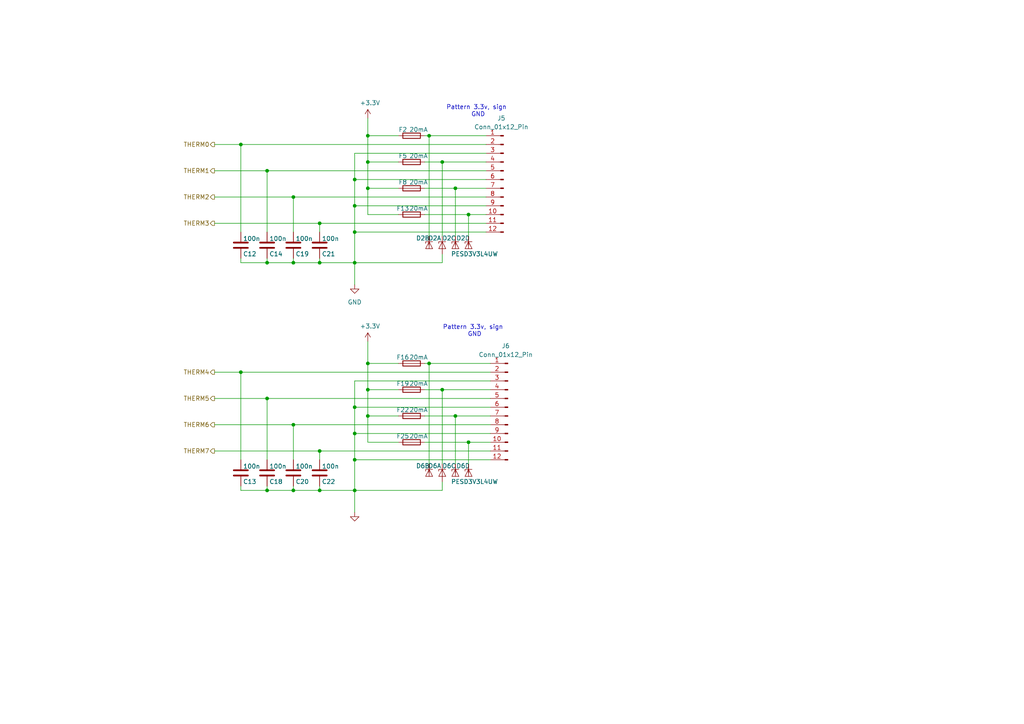
<source format=kicad_sch>
(kicad_sch (version 20250114) (generator "eeschema") (generator_version "9.0")
  (paper "A4")
  (title_block (title "Can-Node") (company "SUFST"))
  (lib_symbols
    (symbol "+3.3VA_1" (power) (pin_names (offset 0))
      (property "Value" "+3.3VA" (at 0 3.556 0))
      (symbol "+3.3VA_1_0_1"
        (polyline (pts (xy -0.762 1.27) (xy 0 2.54)))
        (polyline (pts (xy 0 2.54) (xy 0.762 1.27)))
        (polyline (pts (xy 0 0) (xy 0 2.54)))
      )
      (symbol "+3.3VA_1_1_1"
        (pin power_in line (at 0 0 90) (length 0) (hide yes) (name "+3.3VA") (number "1"))
      )
    )
    (symbol "Connector:Conn_01x12_Pin" (pin_names (offset 1.016) (hide yes))
      (property "Reference" "J" (at 0 15.24 0))
      (property "Value" "Conn_01x12_Pin" (at 0 -17.78 0))
      (symbol "Conn_01x12_Pin_1_1"
        (rectangle (start 0.8636 12.827) (end 0 12.573) (stroke (width 0.1524)) (fill (type outline)))
        (rectangle (start 0.8636 10.287) (end 0 10.033) (stroke (width 0.1524)) (fill (type outline)))
        (rectangle (start 0.8636 7.747) (end 0 7.493) (stroke (width 0.1524)) (fill (type outline)))
        (rectangle (start 0.8636 5.207) (end 0 4.953) (stroke (width 0.1524)) (fill (type outline)))
        (rectangle (start 0.8636 2.667) (end 0 2.413) (stroke (width 0.1524)) (fill (type outline)))
        (rectangle (start 0.8636 0.127) (end 0 -0.127) (stroke (width 0.1524)) (fill (type outline)))
        (rectangle (start 0.8636 -2.413) (end 0 -2.667) (stroke (width 0.1524)) (fill (type outline)))
        (rectangle (start 0.8636 -4.953) (end 0 -5.207) (stroke (width 0.1524)) (fill (type outline)))
        (rectangle (start 0.8636 -7.493) (end 0 -7.747) (stroke (width 0.1524)) (fill (type outline)))
        (rectangle (start 0.8636 -10.033) (end 0 -10.287) (stroke (width 0.1524)) (fill (type outline)))
        (rectangle (start 0.8636 -12.573) (end 0 -12.827) (stroke (width 0.1524)) (fill (type outline)))
        (rectangle (start 0.8636 -15.113) (end 0 -15.367) (stroke (width 0.1524)) (fill (type outline)))
        (polyline (pts (xy 1.27 12.7) (xy 0.8636 12.7)) (stroke (width 0.1524)))
        (polyline (pts (xy 1.27 10.16) (xy 0.8636 10.16)) (stroke (width 0.1524)))
        (polyline (pts (xy 1.27 7.62) (xy 0.8636 7.62)) (stroke (width 0.1524)))
        (polyline (pts (xy 1.27 5.08) (xy 0.8636 5.08)) (stroke (width 0.1524)))
        (polyline (pts (xy 1.27 2.54) (xy 0.8636 2.54)) (stroke (width 0.1524)))
        (polyline (pts (xy 1.27 0) (xy 0.8636 0)) (stroke (width 0.1524)))
        (polyline (pts (xy 1.27 -2.54) (xy 0.8636 -2.54)) (stroke (width 0.1524)))
        (polyline (pts (xy 1.27 -5.08) (xy 0.8636 -5.08)) (stroke (width 0.1524)))
        (polyline (pts (xy 1.27 -7.62) (xy 0.8636 -7.62)) (stroke (width 0.1524)))
        (polyline (pts (xy 1.27 -10.16) (xy 0.8636 -10.16)) (stroke (width 0.1524)))
        (polyline (pts (xy 1.27 -12.7) (xy 0.8636 -12.7)) (stroke (width 0.1524)))
        (polyline (pts (xy 1.27 -15.24) (xy 0.8636 -15.24)) (stroke (width 0.1524)))
        (pin passive line (at 5.08 12.7 180) (length 3.81) (name "Pin_1") (number "1"))
        (pin passive line (at 5.08 10.16 180) (length 3.81) (name "Pin_2") (number "2"))
        (pin passive line (at 5.08 7.62 180) (length 3.81) (name "Pin_3") (number "3"))
        (pin passive line (at 5.08 5.08 180) (length 3.81) (name "Pin_4") (number "4"))
        (pin passive line (at 5.08 2.54 180) (length 3.81) (name "Pin_5") (number "5"))
        (pin passive line (at 5.08 0 180) (length 3.81) (name "Pin_6") (number "6"))
        (pin passive line (at 5.08 -2.54 180) (length 3.81) (name "Pin_7") (number "7"))
        (pin passive line (at 5.08 -5.08 180) (length 3.81) (name "Pin_8") (number "8"))
        (pin passive line (at 5.08 -7.62 180) (length 3.81) (name "Pin_9") (number "9"))
        (pin passive line (at 5.08 -10.16 180) (length 3.81) (name "Pin_10") (number "10"))
        (pin passive line (at 5.08 -12.7 180) (length 3.81) (name "Pin_11") (number "11"))
        (pin passive line (at 5.08 -15.24 180) (length 3.81) (name "Pin_12") (number "12"))
      )
    )
    (symbol "Device:C" (pin_numbers (hide yes)) (pin_names (offset 0.254))
      (property "Reference" "C" (at 0.635 2.54 0))
      (property "Value" "C" (at 0.635 -2.54 0))
      (symbol "C_0_1"
        (polyline (pts (xy -2.032 0.762) (xy 2.032 0.762)) (stroke (width 0.508)))
        (polyline (pts (xy -2.032 -0.762) (xy 2.032 -0.762)) (stroke (width 0.508)))
      )
      (symbol "C_1_1"
        (pin passive line (at 0 3.81 270) (length 2.794) (name "~") (number "1"))
        (pin passive line (at 0 -3.81 90) (length 2.794) (name "~") (number "2"))
      )
    )
    (symbol "Device:Fuse" (pin_numbers (hide yes)) (pin_names (offset 0))
      (property "Reference" "F" (at 2.032 0 90))
      (property "Value" "Fuse" (at -1.905 0 90))
      (symbol "Fuse_0_1"
        (rectangle (start -0.762 -2.54) (end 0.762 2.54) (stroke (width 0.254)))
        (polyline (pts (xy 0 2.54) (xy 0 -2.54)))
      )
      (symbol "Fuse_1_1"
        (pin passive line (at 0 3.81 270) (length 1.27) (name "~") (number "1"))
        (pin passive line (at 0 -3.81 90) (length 1.27) (name "~") (number "2"))
      )
    )
    (symbol "Power_Protection:PESD3V3L4UW" (pin_numbers (hide yes)) (pin_names (hide yes))
      (property "Reference" "D" (at 0 2.54 0))
      (property "Value" "PESD3V3L4UW" (at 0 -2.54 0))
      (symbol "PESD3V3L4UW_0_1"
        (polyline (pts (xy -1.016 1.016) (xy -1.016 -1.016) (xy -0.508 -1.016)))
        (polyline (pts (xy -1.016 0) (xy 1.016 0)))
        (polyline (pts (xy 1.016 1.016) (xy -1.016 0) (xy 1.016 -1.016) (xy 1.016 1.016)))
      )
      (symbol "PESD3V3L4UW_1_1"
        (pin passive line (at -2.54 0 0) (length 2.54) (name "K1") (number "1"))
        (pin passive line (at 2.54 0 180) (length 2.54) (name "A") (number "2"))
      )
      (symbol "PESD3V3L4UW_2_1"
        (pin passive line (at -2.54 0 0) (length 2.54) (name "K2") (number "3"))
      )
      (symbol "PESD3V3L4UW_3_1"
        (pin passive line (at -2.54 0 0) (length 2.54) (name "K3") (number "4"))
      )
      (symbol "PESD3V3L4UW_4_1"
        (pin passive line (at -2.54 0 0) (length 2.54) (name "K4") (number "5"))
      )
    )
    (symbol "power:+3.3VA" (power) (pin_names (offset 0))
      (property "Value" "+3.3VA" (at 0 3.556 0))
      (symbol "+3.3VA_0_1"
        (polyline (pts (xy -0.762 1.27) (xy 0 2.54)))
        (polyline (pts (xy 0 2.54) (xy 0.762 1.27)))
        (polyline (pts (xy 0 0) (xy 0 2.54)))
      )
      (symbol "+3.3VA_1_1"
        (pin power_in line (at 0 0 90) (length 0) (hide yes) (name "+3.3VA") (number "1"))
      )
    )
    (symbol "power:GND" (power) (pin_numbers (hide yes)) (pin_names (offset 0) (hide yes))
      (property "Value" "GND" (at 0 -3.81 0))
      (symbol "GND_0_1"
        (polyline (pts (xy 0 0) (xy 0 -1.27) (xy 1.27 -1.27) (xy 0 -2.54) (xy -1.27 -1.27) (xy 0 -1.27)))
      )
      (symbol "GND_1_1"
        (pin power_in line (at 0 0 270) (length 0) (name "~") (number "1"))
      )
    )
  )
  (text "Pattern 3.3v, sign \nGND" (at 137.668 96.012 0) (effects (font (size 1.27 1.27))))
  (text "Pattern 3.3v, sign \nGND" (at 138.684 32.258 0) (effects (font (size 1.27 1.27))))
  (junction (at 92.71 142.24))
  (junction (at 106.68 54.61))
  (junction (at 135.89 128.27))
  (junction (at 85.09 142.24))
  (junction (at 106.68 46.99))
  (junction (at 102.87 52.07))
  (junction (at 106.68 105.41))
  (junction (at 69.85 41.91))
  (junction (at 132.08 54.61))
  (junction (at 77.47 115.57))
  (junction (at 102.87 67.31))
  (junction (at 124.46 39.37))
  (junction (at 106.68 39.37))
  (junction (at 92.71 76.2))
  (junction (at 128.27 46.99))
  (junction (at 102.87 59.69))
  (junction (at 77.47 76.2))
  (junction (at 102.87 133.35))
  (junction (at 92.71 130.81))
  (junction (at 69.85 107.95))
  (junction (at 77.47 142.24))
  (junction (at 92.71 64.77))
  (junction (at 106.68 113.03))
  (junction (at 135.89 62.23))
  (junction (at 85.09 57.15))
  (junction (at 77.47 49.53))
  (junction (at 106.68 120.65))
  (junction (at 102.87 76.2))
  (junction (at 85.09 123.19))
  (junction (at 85.09 76.2))
  (junction (at 102.87 142.24))
  (junction (at 132.08 120.65))
  (junction (at 102.87 118.11))
  (junction (at 128.27 113.03))
  (junction (at 102.87 125.73))
  (junction (at 124.46 105.41))
  (wire (pts (xy 62.23 57.15) (xy 85.09 57.15)))
  (wire (pts (xy 85.09 142.24) (xy 92.71 142.24)))
  (wire (pts (xy 85.09 76.2) (xy 77.47 76.2)))
  (wire (pts (xy 85.09 57.15) (xy 140.97 57.15)))
  (wire (pts (xy 69.85 107.95) (xy 142.24 107.95)))
  (wire (pts (xy 123.19 120.65) (xy 132.08 120.65)))
  (wire (pts (xy 128.27 142.24) (xy 102.87 142.24)))
  (wire (pts (xy 102.87 125.73) (xy 142.24 125.73)))
  (wire (pts (xy 124.46 105.41) (xy 142.24 105.41)))
  (wire (pts (xy 102.87 59.69) (xy 102.87 52.07)))
  (wire (pts (xy 106.68 113.03) (xy 115.57 113.03)))
  (wire (pts (xy 124.46 39.37) (xy 124.46 68.58)))
  (wire (pts (xy 62.23 107.95) (xy 69.85 107.95)))
  (wire (pts (xy 128.27 139.7) (xy 128.27 142.24)))
  (wire (pts (xy 69.85 142.24) (xy 69.85 140.97)))
  (wire (pts (xy 123.19 46.99) (xy 128.27 46.99)))
  (wire (pts (xy 77.47 142.24) (xy 77.47 140.97)))
  (wire (pts (xy 132.08 120.65) (xy 132.08 134.62)))
  (wire (pts (xy 124.46 39.37) (xy 140.97 39.37)))
  (wire (pts (xy 106.68 120.65) (xy 106.68 128.27)))
  (wire (pts (xy 106.68 46.99) (xy 106.68 54.61)))
  (wire (pts (xy 135.89 128.27) (xy 142.24 128.27)))
  (wire (pts (xy 92.71 142.24) (xy 102.87 142.24)))
  (wire (pts (xy 135.89 62.23) (xy 135.89 68.58)))
  (wire (pts (xy 92.71 64.77) (xy 92.71 67.31)))
  (wire (pts (xy 128.27 76.2) (xy 102.87 76.2)))
  (wire (pts (xy 123.19 39.37) (xy 124.46 39.37)))
  (wire (pts (xy 106.68 99.06) (xy 106.68 105.41)))
  (wire (pts (xy 135.89 128.27) (xy 135.89 134.62)))
  (wire (pts (xy 106.68 39.37) (xy 115.57 39.37)))
  (wire (pts (xy 77.47 49.53) (xy 77.47 67.31)))
  (wire (pts (xy 102.87 76.2) (xy 102.87 82.55)))
  (wire (pts (xy 106.68 105.41) (xy 115.57 105.41)))
  (wire (pts (xy 62.23 49.53) (xy 77.47 49.53)))
  (wire (pts (xy 106.68 120.65) (xy 115.57 120.65)))
  (wire (pts (xy 123.19 128.27) (xy 135.89 128.27)))
  (wire (pts (xy 106.68 105.41) (xy 106.68 113.03)))
  (wire (pts (xy 102.87 59.69) (xy 140.97 59.69)))
  (wire (pts (xy 102.87 52.07) (xy 140.97 52.07)))
  (wire (pts (xy 92.71 140.97) (xy 92.71 142.24)))
  (wire (pts (xy 69.85 107.95) (xy 69.85 133.35)))
  (wire (pts (xy 123.19 62.23) (xy 135.89 62.23)))
  (wire (pts (xy 128.27 113.03) (xy 142.24 113.03)))
  (wire (pts (xy 85.09 133.35) (xy 85.09 123.19)))
  (wire (pts (xy 102.87 125.73) (xy 102.87 118.11)))
  (wire (pts (xy 123.19 113.03) (xy 128.27 113.03)))
  (wire (pts (xy 92.71 76.2) (xy 102.87 76.2)))
  (wire (pts (xy 123.19 105.41) (xy 124.46 105.41)))
  (wire (pts (xy 85.09 142.24) (xy 77.47 142.24)))
  (wire (pts (xy 85.09 76.2) (xy 92.71 76.2)))
  (wire (pts (xy 123.19 54.61) (xy 132.08 54.61)))
  (wire (pts (xy 106.68 34.29) (xy 106.68 39.37)))
  (wire (pts (xy 102.87 133.35) (xy 102.87 125.73)))
  (wire (pts (xy 69.85 76.2) (xy 69.85 74.93)))
  (wire (pts (xy 102.87 110.49) (xy 142.24 110.49)))
  (wire (pts (xy 102.87 67.31) (xy 102.87 76.2)))
  (wire (pts (xy 102.87 133.35) (xy 102.87 142.24)))
  (wire (pts (xy 102.87 52.07) (xy 102.87 44.45)))
  (wire (pts (xy 62.23 41.91) (xy 69.85 41.91)))
  (wire (pts (xy 106.68 54.61) (xy 106.68 62.23)))
  (wire (pts (xy 62.23 64.77) (xy 92.71 64.77)))
  (wire (pts (xy 106.68 62.23) (xy 115.57 62.23)))
  (wire (pts (xy 106.68 128.27) (xy 115.57 128.27)))
  (wire (pts (xy 77.47 115.57) (xy 142.24 115.57)))
  (wire (pts (xy 102.87 67.31) (xy 102.87 59.69)))
  (wire (pts (xy 102.87 118.11) (xy 142.24 118.11)))
  (wire (pts (xy 102.87 142.24) (xy 102.87 148.59)))
  (wire (pts (xy 128.27 73.66) (xy 128.27 76.2)))
  (wire (pts (xy 69.85 41.91) (xy 140.97 41.91)))
  (wire (pts (xy 135.89 62.23) (xy 140.97 62.23)))
  (wire (pts (xy 69.85 41.91) (xy 69.85 67.31)))
  (wire (pts (xy 132.08 120.65) (xy 142.24 120.65)))
  (wire (pts (xy 102.87 133.35) (xy 142.24 133.35)))
  (wire (pts (xy 102.87 67.31) (xy 140.97 67.31)))
  (wire (pts (xy 92.71 130.81) (xy 142.24 130.81)))
  (wire (pts (xy 128.27 46.99) (xy 140.97 46.99)))
  (wire (pts (xy 77.47 76.2) (xy 77.47 74.93)))
  (wire (pts (xy 128.27 46.99) (xy 128.27 68.58)))
  (wire (pts (xy 77.47 115.57) (xy 77.47 133.35)))
  (wire (pts (xy 85.09 67.31) (xy 85.09 57.15)))
  (wire (pts (xy 77.47 142.24) (xy 69.85 142.24)))
  (wire (pts (xy 77.47 49.53) (xy 140.97 49.53)))
  (wire (pts (xy 106.68 54.61) (xy 115.57 54.61)))
  (wire (pts (xy 85.09 74.93) (xy 85.09 76.2)))
  (wire (pts (xy 92.71 130.81) (xy 92.71 133.35)))
  (wire (pts (xy 102.87 118.11) (xy 102.87 110.49)))
  (wire (pts (xy 124.46 105.41) (xy 124.46 134.62)))
  (wire (pts (xy 128.27 113.03) (xy 128.27 134.62)))
  (wire (pts (xy 106.68 113.03) (xy 106.68 120.65)))
  (wire (pts (xy 92.71 64.77) (xy 140.97 64.77)))
  (wire (pts (xy 62.23 130.81) (xy 92.71 130.81)))
  (wire (pts (xy 102.87 44.45) (xy 140.97 44.45)))
  (wire (pts (xy 85.09 140.97) (xy 85.09 142.24)))
  (wire (pts (xy 62.23 123.19) (xy 85.09 123.19)))
  (wire (pts (xy 132.08 54.61) (xy 140.97 54.61)))
  (wire (pts (xy 62.23 115.57) (xy 77.47 115.57)))
  (wire (pts (xy 92.71 74.93) (xy 92.71 76.2)))
  (wire (pts (xy 132.08 54.61) (xy 132.08 68.58)))
  (wire (pts (xy 77.47 76.2) (xy 69.85 76.2)))
  (wire (pts (xy 106.68 39.37) (xy 106.68 46.99)))
  (wire (pts (xy 85.09 123.19) (xy 142.24 123.19)))
  (wire (pts (xy 106.68 46.99) (xy 115.57 46.99)))
  (hierarchical_label "THERM2" (shape output) (at 62.23 57.15 180))
  (hierarchical_label "THERM0" (shape output) (at 62.23 41.91 180))
  (hierarchical_label "THERM7" (shape output) (at 62.23 130.81 180))
  (hierarchical_label "THERM4" (shape output) (at 62.23 107.95 180))
  (hierarchical_label "THERM3" (shape output) (at 62.23 64.77 180))
  (hierarchical_label "THERM1" (shape output) (at 62.23 49.53 180))
  (hierarchical_label "THERM5" (shape output) (at 62.23 115.57 180))
  (hierarchical_label "THERM6" (shape output) (at 62.23 123.19 180))
  (symbol (lib_id "Device:C") (at 92.71 137.16 0) (unit 1)
    (property "Reference" "C11" (at 93.345 139.7 0) (effects (justify left)))
    (property "Value" "100n" (at 93.345 135.255 0) (effects (justify left)))
    (property "Footprint" "Capacitor_SMD:C_0805_2012Metric_Pad1.18x1.45mm_HandSolder" (effects (hide yes)))
    (instances (project "can-node" (path "" (reference "C22") (unit 1)) (path "" (reference "C11") (unit 1))))
  )
  (symbol (lib_id "Power_Protection:PESD3V3L4UW") (at 124.46 71.12 270) (unit 2)
    (property "Reference" "D1" (at 120.65 69.088 90) (effects (justify left)))
    (property "Value" "PESD3V3L4UW" (effects (hide yes)))
    (property "Footprint" "Package_TO_SOT_SMD:SOT-665" (effects (hide yes)))
    (property "Datasheet" "https://assets.nexperia.com/documents/data-sheet/PESDXL4UF_G_W.pdf" (effects (hide yes)))
    (property "Description" "Low capacitance unidirectional quadruple ESD protection diode array, 3.3V, Common Anode, SOT-665" (effects (hide yes)))
    (instances (project "" (path "" (reference "D2") (unit 2)) (path "" (reference "D1") (unit 2))))
  )
  (symbol (lib_id "Device:C") (at 92.71 71.12 0) (unit 1)
    (property "Reference" "C10" (at 93.345 73.66 0) (effects (justify left)))
    (property "Value" "100n" (at 93.345 69.215 0) (effects (justify left)))
    (property "Footprint" "Capacitor_SMD:C_0805_2012Metric_Pad1.18x1.45mm_HandSolder" (effects (hide yes)))
    (instances (project "can-node" (path "" (reference "C21") (unit 1)) (path "" (reference "C10") (unit 1))))
  )
  (symbol (lib_id "Power_Protection:PESD3V3L4UW") (at 128.27 71.12 270) (unit 1)
    (property "Reference" "D1" (at 124.206 69.088 90) (effects (justify left)))
    (property "Value" "PESD3V3L4UW" (at 130.81 73.66 90) (effects (justify left)))
    (property "Footprint" "Package_TO_SOT_SMD:SOT-665" (effects (hide yes)))
    (property "Datasheet" "https://assets.nexperia.com/documents/data-sheet/PESDXL4UF_G_W.pdf" (effects (hide yes)))
    (property "Description" "Low capacitance unidirectional quadruple ESD protection diode array, 3.3V, Common Anode, SOT-665" (effects (hide yes)))
    (instances (project "" (path "" (reference "D2") (unit 1)) (path "" (reference "D1") (unit 1))))
  )
  (symbol (lib_id "Connector:Conn_01x12_Pin") (at 146.05 52.07 0) (mirror y) (unit 1)
    (property "Reference" "J10" (at 145.415 34.29 0))
    (property "Value" "Conn_01x12_Pin" (at 145.415 36.83 0))
    (property "Footprint" "Connector_Molex:Molex_Micro-Fit_3.0_43045-1200_2x06_P3.00mm_Horizontal" (effects (hide yes)))
    (property "Description" "Generic connector, single row, 01x12, script generated" (effects (hide yes)))
    (instances (project "can-node" (path "" (reference "J5") (unit 1)) (path "" (reference "J10") (unit 1))))
  )
  (symbol (lib_id "Device:C") (at 85.09 71.12 0) (unit 1)
    (property "Reference" "C7" (at 85.725 73.66 0) (effects (justify left)))
    (property "Value" "100n" (at 85.725 69.215 0) (effects (justify left)))
    (property "Footprint" "Capacitor_SMD:C_0805_2012Metric_Pad1.18x1.45mm_HandSolder" (effects (hide yes)))
    (instances (project "can-node" (path "" (reference "C19") (unit 1)) (path "" (reference "C7") (unit 1))))
  )
  (symbol (lib_id "Device:C") (at 85.09 137.16 0) (unit 1)
    (property "Reference" "C9" (at 85.725 139.7 0) (effects (justify left)))
    (property "Value" "100n" (at 85.725 135.255 0) (effects (justify left)))
    (property "Footprint" "Capacitor_SMD:C_0805_2012Metric_Pad1.18x1.45mm_HandSolder" (effects (hide yes)))
    (instances (project "can-node" (path "" (reference "C20") (unit 1)) (path "" (reference "C9") (unit 1))))
  )
  (symbol (lib_id "Power_Protection:PESD3V3L4UW") (at 135.89 71.12 270) (unit 4)
    (property "Reference" "D1" (at 132.334 69.088 90) (effects (justify left)))
    (property "Value" "PESD3V3L4UW" (effects (hide yes)))
    (property "Footprint" "Package_TO_SOT_SMD:SOT-665" (effects (hide yes)))
    (property "Datasheet" "https://assets.nexperia.com/documents/data-sheet/PESDXL4UF_G_W.pdf" (effects (hide yes)))
    (property "Description" "Low capacitance unidirectional quadruple ESD protection diode array, 3.3V, Common Anode, SOT-665" (effects (hide yes)))
    (instances (project "" (path "" (reference "D2") (unit 4)) (path "" (reference "D1") (unit 4))))
  )
  (symbol (lib_id "Device:Fuse") (at 119.38 39.37 90) (unit 1)
    (property "Reference" "F1" (at 116.84 37.592 90))
    (property "Value" "20mA" (at 121.412 37.592 90))
    (property "Footprint" "Fuse:Fuse_0805_2012Metric_Pad1.15x1.40mm_HandSolder" (effects (hide yes)))
    (property "Description" "Fuse" (effects (hide yes)))
    (instances (project "" (path "" (reference "F2") (unit 1)) (path "" (reference "F1") (unit 1))))
  )
  (symbol (lib_id "Power_Protection:PESD3V3L4UW") (at 132.08 71.12 270) (unit 3)
    (property "Reference" "D1" (at 128.27 69.088 90) (effects (justify left)))
    (property "Value" "PESD3V3L4UW" (effects (hide yes)))
    (property "Footprint" "Package_TO_SOT_SMD:SOT-665" (effects (hide yes)))
    (property "Datasheet" "https://assets.nexperia.com/documents/data-sheet/PESDXL4UF_G_W.pdf" (effects (hide yes)))
    (property "Description" "Low capacitance unidirectional quadruple ESD protection diode array, 3.3V, Common Anode, SOT-665" (effects (hide yes)))
    (instances (project "" (path "" (reference "D2") (unit 3)) (path "" (reference "D1") (unit 3))))
  )
  (symbol (lib_id "power:GND") (at 102.87 82.55 0) (unit 1)
    (property "Reference" "#PWR03" (effects (hide yes)))
    (property "Value" "GND" (at 102.87 87.63 0))
    (property "Description" "Power symbol creates a global label with name \"GND\" , ground" (effects (hide yes)))
    (instances (project "can-node" (path "" (reference "#PWR019") (unit 1)) (path "" (reference "#PWR03") (unit 1))))
  )
  (symbol (lib_id "Device:Fuse") (at 119.38 113.03 90) (unit 1)
    (property "Reference" "F18" (at 116.84 111.252 90))
    (property "Value" "20mA" (at 121.412 111.252 90))
    (property "Footprint" "Fuse:Fuse_0805_2012Metric_Pad1.15x1.40mm_HandSolder" (effects (hide yes)))
    (property "Description" "Fuse" (effects (hide yes)))
    (instances (project "can-node" (path "" (reference "F19") (unit 1)) (path "" (reference "F18") (unit 1))))
  )
  (symbol (lib_name "+3.3VA_1") (lib_id "power:+3.3VA") (at 106.68 34.29 0) (unit 1)
    (property "Reference" "#PWR06" (effects (hide yes)))
    (property "Value" "+3.3V" (at 107.315 29.845 0))
    (instances (project "can-node" (path "" (reference "#PWR021") (unit 1)) (path "" (reference "#PWR06") (unit 1))))
  )
  (symbol (lib_id "power:+3.3VA") (at 106.68 99.06 0) (unit 1)
    (property "Reference" "#PWR07" (effects (hide yes)))
    (property "Value" "+3.3V" (at 107.315 94.615 0))
    (instances (project "can-node" (path "" (reference "#PWR023") (unit 1)) (path "" (reference "#PWR07") (unit 1))))
  )
  (symbol (lib_id "Power_Protection:PESD3V3L4UW") (at 128.27 137.16 270) (unit 1)
    (property "Reference" "D5" (at 124.206 135.128 90) (effects (justify left)))
    (property "Value" "PESD3V3L4UW" (at 130.81 139.7 90) (effects (justify left)))
    (property "Footprint" "Package_TO_SOT_SMD:SOT-665" (effects (hide yes)))
    (property "Datasheet" "https://assets.nexperia.com/documents/data-sheet/PESDXL4UF_G_W.pdf" (effects (hide yes)))
    (property "Description" "Low capacitance unidirectional quadruple ESD protection diode array, 3.3V, Common Anode, SOT-665" (effects (hide yes)))
    (instances (project "can-node" (path "" (reference "D6") (unit 1)) (path "" (reference "D5") (unit 1))))
  )
  (symbol (lib_id "Power_Protection:PESD3V3L4UW") (at 124.46 137.16 270) (unit 2)
    (property "Reference" "D5" (at 120.65 135.128 90) (effects (justify left)))
    (property "Value" "PESD3V3L4UW" (effects (hide yes)))
    (property "Footprint" "Package_TO_SOT_SMD:SOT-665" (effects (hide yes)))
    (property "Datasheet" "https://assets.nexperia.com/documents/data-sheet/PESDXL4UF_G_W.pdf" (effects (hide yes)))
    (property "Description" "Low capacitance unidirectional quadruple ESD protection diode array, 3.3V, Common Anode, SOT-665" (effects (hide yes)))
    (instances (project "can-node" (path "" (reference "D6") (unit 2)) (path "" (reference "D5") (unit 2))))
  )
  (symbol (lib_id "Device:Fuse") (at 119.38 46.99 90) (unit 1)
    (property "Reference" "F4" (at 116.84 45.212 90))
    (property "Value" "20mA" (at 121.412 45.212 90))
    (property "Footprint" "Fuse:Fuse_0805_2012Metric_Pad1.15x1.40mm_HandSolder" (effects (hide yes)))
    (property "Description" "Fuse" (effects (hide yes)))
    (instances (project "can-node" (path "" (reference "F5") (unit 1)) (path "" (reference "F4") (unit 1))))
  )
  (symbol (lib_id "power:GND") (at 102.87 148.59 0) (unit 1)
    (property "Reference" "#PWR04" (effects (hide yes)))
    (property "Value" "GND" (effects (hide yes)))
    (property "Description" "Power symbol creates a global label with name \"GND\" , ground" (effects (hide yes)))
    (instances (project "can-node" (path "" (reference "#PWR020") (unit 1)) (path "" (reference "#PWR04") (unit 1))))
  )
  (symbol (lib_id "Device:Fuse") (at 119.38 128.27 90) (unit 1)
    (property "Reference" "F24" (at 116.84 126.492 90))
    (property "Value" "20mA" (at 121.412 126.492 90))
    (property "Footprint" "Fuse:Fuse_0805_2012Metric_Pad1.15x1.40mm_HandSolder" (effects (hide yes)))
    (property "Description" "Fuse" (effects (hide yes)))
    (instances (project "can-node" (path "" (reference "F25") (unit 1)) (path "" (reference "F24") (unit 1))))
  )
  (symbol (lib_id "Device:C") (at 69.85 137.16 0) (unit 1)
    (property "Reference" "C3" (at 70.485 139.7 0) (effects (justify left)))
    (property "Value" "100n" (at 70.485 135.255 0) (effects (justify left)))
    (property "Footprint" "Capacitor_SMD:C_0805_2012Metric_Pad1.18x1.45mm_HandSolder" (effects (hide yes)))
    (instances (project "can-node" (path "" (reference "C13") (unit 1)) (path "" (reference "C3") (unit 1))))
  )
  (symbol (lib_id "Device:Fuse") (at 119.38 62.23 90) (unit 1)
    (property "Reference" "F12" (at 116.84 60.452 90))
    (property "Value" "20mA" (at 121.412 60.452 90))
    (property "Footprint" "Fuse:Fuse_0805_2012Metric_Pad1.15x1.40mm_HandSolder" (effects (hide yes)))
    (property "Description" "Fuse" (effects (hide yes)))
    (instances (project "can-node" (path "" (reference "F13") (unit 1)) (path "" (reference "F12") (unit 1))))
  )
  (symbol (lib_id "Power_Protection:PESD3V3L4UW") (at 135.89 137.16 270) (unit 4)
    (property "Reference" "D5" (at 132.334 135.128 90) (effects (justify left)))
    (property "Value" "PESD3V3L4UW" (effects (hide yes)))
    (property "Footprint" "Package_TO_SOT_SMD:SOT-665" (effects (hide yes)))
    (property "Datasheet" "https://assets.nexperia.com/documents/data-sheet/PESDXL4UF_G_W.pdf" (effects (hide yes)))
    (property "Description" "Low capacitance unidirectional quadruple ESD protection diode array, 3.3V, Common Anode, SOT-665" (effects (hide yes)))
    (instances (project "can-node" (path "" (reference "D6") (unit 4)) (path "" (reference "D5") (unit 4))))
  )
  (symbol (lib_id "Device:Fuse") (at 119.38 105.41 90) (unit 1)
    (property "Reference" "F15" (at 116.84 103.632 90))
    (property "Value" "20mA" (at 121.412 103.632 90))
    (property "Footprint" "Fuse:Fuse_0805_2012Metric_Pad1.15x1.40mm_HandSolder" (effects (hide yes)))
    (property "Description" "Fuse" (effects (hide yes)))
    (instances (project "can-node" (path "" (reference "F16") (unit 1)) (path "" (reference "F15") (unit 1))))
  )
  (symbol (lib_id "Power_Protection:PESD3V3L4UW") (at 132.08 137.16 270) (unit 3)
    (property "Reference" "D5" (at 128.27 135.128 90) (effects (justify left)))
    (property "Value" "PESD3V3L4UW" (effects (hide yes)))
    (property "Footprint" "Package_TO_SOT_SMD:SOT-665" (effects (hide yes)))
    (property "Datasheet" "https://assets.nexperia.com/documents/data-sheet/PESDXL4UF_G_W.pdf" (effects (hide yes)))
    (property "Description" "Low capacitance unidirectional quadruple ESD protection diode array, 3.3V, Common Anode, SOT-665" (effects (hide yes)))
    (instances (project "can-node" (path "" (reference "D6") (unit 3)) (path "" (reference "D5") (unit 3))))
  )
  (symbol (lib_id "Device:Fuse") (at 119.38 120.65 90) (unit 1)
    (property "Reference" "F21" (at 116.84 118.872 90))
    (property "Value" "20mA" (at 121.412 118.872 90))
    (property "Footprint" "Fuse:Fuse_0805_2012Metric_Pad1.15x1.40mm_HandSolder" (effects (hide yes)))
    (property "Description" "Fuse" (effects (hide yes)))
    (instances (project "can-node" (path "" (reference "F22") (unit 1)) (path "" (reference "F21") (unit 1))))
  )
  (symbol (lib_id "Connector:Conn_01x12_Pin") (at 147.32 118.11 0) (mirror y) (unit 1)
    (property "Reference" "J4" (at 146.685 100.33 0))
    (property "Value" "Conn_01x12_Pin" (at 146.685 102.87 0))
    (property "Footprint" "Connector_Molex:Molex_Micro-Fit_3.0_43045-1200_2x06_P3.00mm_Horizontal" (effects (hide yes)))
    (property "Description" "Generic connector, single row, 01x12, script generated" (effects (hide yes)))
    (instances (project "can-node" (path "" (reference "J6") (unit 1)) (path "" (reference "J4") (unit 1))))
  )
  (symbol (lib_id "Device:C") (at 77.47 137.16 0) (unit 1)
    (property "Reference" "C5" (at 78.105 139.7 0) (effects (justify left)))
    (property "Value" "100n" (at 78.105 135.255 0) (effects (justify left)))
    (property "Footprint" "Capacitor_SMD:C_0805_2012Metric_Pad1.18x1.45mm_HandSolder" (effects (hide yes)))
    (instances (project "can-node" (path "" (reference "C18") (unit 1)) (path "" (reference "C5") (unit 1))))
  )
  (symbol (lib_id "Device:Fuse") (at 119.38 54.61 90) (unit 1)
    (property "Reference" "F7" (at 116.84 52.832 90))
    (property "Value" "20mA" (at 121.412 52.832 90))
    (property "Footprint" "Fuse:Fuse_0805_2012Metric_Pad1.15x1.40mm_HandSolder" (effects (hide yes)))
    (property "Description" "Fuse" (effects (hide yes)))
    (instances (project "can-node" (path "" (reference "F8") (unit 1)) (path "" (reference "F7") (unit 1))))
  )
  (symbol (lib_id "Device:C") (at 69.85 71.12 0) (unit 1)
    (property "Reference" "C1" (at 70.485 73.66 0) (effects (justify left)))
    (property "Value" "100n" (at 70.485 69.215 0) (effects (justify left)))
    (property "Footprint" "Capacitor_SMD:C_0805_2012Metric_Pad1.18x1.45mm_HandSolder" (effects (hide yes)))
    (instances (project "can-node" (path "" (reference "C12") (unit 1)) (path "" (reference "C1") (unit 1))))
  )
  (symbol (lib_id "Device:C") (at 77.47 71.12 0) (unit 1)
    (property "Reference" "C4" (at 78.105 73.66 0) (effects (justify left)))
    (property "Value" "100n" (at 78.105 69.215 0) (effects (justify left)))
    (property "Footprint" "Capacitor_SMD:C_0805_2012Metric_Pad1.18x1.45mm_HandSolder" (effects (hide yes)))
    (instances (project "can-node" (path "" (reference "C14") (unit 1)) (path "" (reference "C4") (unit 1))))
  )
)
</source>
